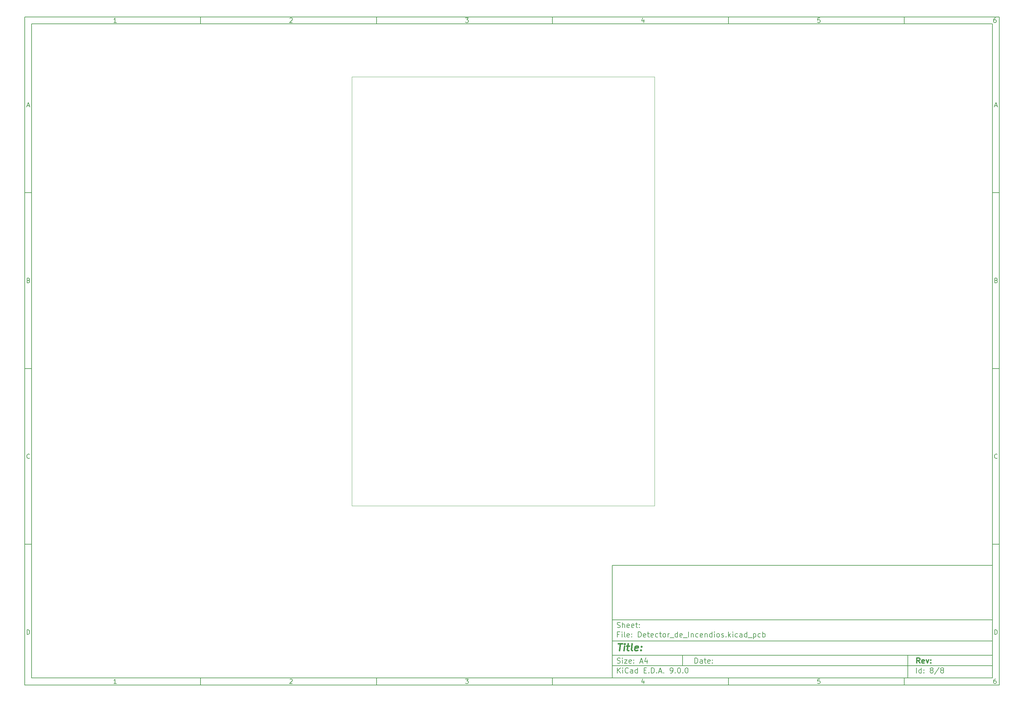
<source format=gbr>
%TF.GenerationSoftware,KiCad,Pcbnew,9.0.0*%
%TF.CreationDate,2025-02-27T14:05:11-05:00*%
%TF.ProjectId,Detector_de_Incendios,44657465-6374-46f7-925f-64655f496e63,rev?*%
%TF.SameCoordinates,Original*%
%TF.FileFunction,Profile,NP*%
%FSLAX46Y46*%
G04 Gerber Fmt 4.6, Leading zero omitted, Abs format (unit mm)*
G04 Created by KiCad (PCBNEW 9.0.0) date 2025-02-27 14:05:11*
%MOMM*%
%LPD*%
G01*
G04 APERTURE LIST*
%ADD10C,0.100000*%
%ADD11C,0.150000*%
%ADD12C,0.300000*%
%ADD13C,0.400000*%
%TA.AperFunction,Profile*%
%ADD14C,0.050000*%
%TD*%
G04 APERTURE END LIST*
D10*
D11*
X177002200Y-166007200D02*
X285002200Y-166007200D01*
X285002200Y-198007200D01*
X177002200Y-198007200D01*
X177002200Y-166007200D01*
D10*
D11*
X10000000Y-10000000D02*
X287002200Y-10000000D01*
X287002200Y-200007200D01*
X10000000Y-200007200D01*
X10000000Y-10000000D01*
D10*
D11*
X12000000Y-12000000D02*
X285002200Y-12000000D01*
X285002200Y-198007200D01*
X12000000Y-198007200D01*
X12000000Y-12000000D01*
D10*
D11*
X60000000Y-12000000D02*
X60000000Y-10000000D01*
D10*
D11*
X110000000Y-12000000D02*
X110000000Y-10000000D01*
D10*
D11*
X160000000Y-12000000D02*
X160000000Y-10000000D01*
D10*
D11*
X210000000Y-12000000D02*
X210000000Y-10000000D01*
D10*
D11*
X260000000Y-12000000D02*
X260000000Y-10000000D01*
D10*
D11*
X36089160Y-11593604D02*
X35346303Y-11593604D01*
X35717731Y-11593604D02*
X35717731Y-10293604D01*
X35717731Y-10293604D02*
X35593922Y-10479319D01*
X35593922Y-10479319D02*
X35470112Y-10603128D01*
X35470112Y-10603128D02*
X35346303Y-10665033D01*
D10*
D11*
X85346303Y-10417414D02*
X85408207Y-10355509D01*
X85408207Y-10355509D02*
X85532017Y-10293604D01*
X85532017Y-10293604D02*
X85841541Y-10293604D01*
X85841541Y-10293604D02*
X85965350Y-10355509D01*
X85965350Y-10355509D02*
X86027255Y-10417414D01*
X86027255Y-10417414D02*
X86089160Y-10541223D01*
X86089160Y-10541223D02*
X86089160Y-10665033D01*
X86089160Y-10665033D02*
X86027255Y-10850747D01*
X86027255Y-10850747D02*
X85284398Y-11593604D01*
X85284398Y-11593604D02*
X86089160Y-11593604D01*
D10*
D11*
X135284398Y-10293604D02*
X136089160Y-10293604D01*
X136089160Y-10293604D02*
X135655826Y-10788842D01*
X135655826Y-10788842D02*
X135841541Y-10788842D01*
X135841541Y-10788842D02*
X135965350Y-10850747D01*
X135965350Y-10850747D02*
X136027255Y-10912652D01*
X136027255Y-10912652D02*
X136089160Y-11036461D01*
X136089160Y-11036461D02*
X136089160Y-11345985D01*
X136089160Y-11345985D02*
X136027255Y-11469795D01*
X136027255Y-11469795D02*
X135965350Y-11531700D01*
X135965350Y-11531700D02*
X135841541Y-11593604D01*
X135841541Y-11593604D02*
X135470112Y-11593604D01*
X135470112Y-11593604D02*
X135346303Y-11531700D01*
X135346303Y-11531700D02*
X135284398Y-11469795D01*
D10*
D11*
X185965350Y-10726938D02*
X185965350Y-11593604D01*
X185655826Y-10231700D02*
X185346303Y-11160271D01*
X185346303Y-11160271D02*
X186151064Y-11160271D01*
D10*
D11*
X236027255Y-10293604D02*
X235408207Y-10293604D01*
X235408207Y-10293604D02*
X235346303Y-10912652D01*
X235346303Y-10912652D02*
X235408207Y-10850747D01*
X235408207Y-10850747D02*
X235532017Y-10788842D01*
X235532017Y-10788842D02*
X235841541Y-10788842D01*
X235841541Y-10788842D02*
X235965350Y-10850747D01*
X235965350Y-10850747D02*
X236027255Y-10912652D01*
X236027255Y-10912652D02*
X236089160Y-11036461D01*
X236089160Y-11036461D02*
X236089160Y-11345985D01*
X236089160Y-11345985D02*
X236027255Y-11469795D01*
X236027255Y-11469795D02*
X235965350Y-11531700D01*
X235965350Y-11531700D02*
X235841541Y-11593604D01*
X235841541Y-11593604D02*
X235532017Y-11593604D01*
X235532017Y-11593604D02*
X235408207Y-11531700D01*
X235408207Y-11531700D02*
X235346303Y-11469795D01*
D10*
D11*
X285965350Y-10293604D02*
X285717731Y-10293604D01*
X285717731Y-10293604D02*
X285593922Y-10355509D01*
X285593922Y-10355509D02*
X285532017Y-10417414D01*
X285532017Y-10417414D02*
X285408207Y-10603128D01*
X285408207Y-10603128D02*
X285346303Y-10850747D01*
X285346303Y-10850747D02*
X285346303Y-11345985D01*
X285346303Y-11345985D02*
X285408207Y-11469795D01*
X285408207Y-11469795D02*
X285470112Y-11531700D01*
X285470112Y-11531700D02*
X285593922Y-11593604D01*
X285593922Y-11593604D02*
X285841541Y-11593604D01*
X285841541Y-11593604D02*
X285965350Y-11531700D01*
X285965350Y-11531700D02*
X286027255Y-11469795D01*
X286027255Y-11469795D02*
X286089160Y-11345985D01*
X286089160Y-11345985D02*
X286089160Y-11036461D01*
X286089160Y-11036461D02*
X286027255Y-10912652D01*
X286027255Y-10912652D02*
X285965350Y-10850747D01*
X285965350Y-10850747D02*
X285841541Y-10788842D01*
X285841541Y-10788842D02*
X285593922Y-10788842D01*
X285593922Y-10788842D02*
X285470112Y-10850747D01*
X285470112Y-10850747D02*
X285408207Y-10912652D01*
X285408207Y-10912652D02*
X285346303Y-11036461D01*
D10*
D11*
X60000000Y-198007200D02*
X60000000Y-200007200D01*
D10*
D11*
X110000000Y-198007200D02*
X110000000Y-200007200D01*
D10*
D11*
X160000000Y-198007200D02*
X160000000Y-200007200D01*
D10*
D11*
X210000000Y-198007200D02*
X210000000Y-200007200D01*
D10*
D11*
X260000000Y-198007200D02*
X260000000Y-200007200D01*
D10*
D11*
X36089160Y-199600804D02*
X35346303Y-199600804D01*
X35717731Y-199600804D02*
X35717731Y-198300804D01*
X35717731Y-198300804D02*
X35593922Y-198486519D01*
X35593922Y-198486519D02*
X35470112Y-198610328D01*
X35470112Y-198610328D02*
X35346303Y-198672233D01*
D10*
D11*
X85346303Y-198424614D02*
X85408207Y-198362709D01*
X85408207Y-198362709D02*
X85532017Y-198300804D01*
X85532017Y-198300804D02*
X85841541Y-198300804D01*
X85841541Y-198300804D02*
X85965350Y-198362709D01*
X85965350Y-198362709D02*
X86027255Y-198424614D01*
X86027255Y-198424614D02*
X86089160Y-198548423D01*
X86089160Y-198548423D02*
X86089160Y-198672233D01*
X86089160Y-198672233D02*
X86027255Y-198857947D01*
X86027255Y-198857947D02*
X85284398Y-199600804D01*
X85284398Y-199600804D02*
X86089160Y-199600804D01*
D10*
D11*
X135284398Y-198300804D02*
X136089160Y-198300804D01*
X136089160Y-198300804D02*
X135655826Y-198796042D01*
X135655826Y-198796042D02*
X135841541Y-198796042D01*
X135841541Y-198796042D02*
X135965350Y-198857947D01*
X135965350Y-198857947D02*
X136027255Y-198919852D01*
X136027255Y-198919852D02*
X136089160Y-199043661D01*
X136089160Y-199043661D02*
X136089160Y-199353185D01*
X136089160Y-199353185D02*
X136027255Y-199476995D01*
X136027255Y-199476995D02*
X135965350Y-199538900D01*
X135965350Y-199538900D02*
X135841541Y-199600804D01*
X135841541Y-199600804D02*
X135470112Y-199600804D01*
X135470112Y-199600804D02*
X135346303Y-199538900D01*
X135346303Y-199538900D02*
X135284398Y-199476995D01*
D10*
D11*
X185965350Y-198734138D02*
X185965350Y-199600804D01*
X185655826Y-198238900D02*
X185346303Y-199167471D01*
X185346303Y-199167471D02*
X186151064Y-199167471D01*
D10*
D11*
X236027255Y-198300804D02*
X235408207Y-198300804D01*
X235408207Y-198300804D02*
X235346303Y-198919852D01*
X235346303Y-198919852D02*
X235408207Y-198857947D01*
X235408207Y-198857947D02*
X235532017Y-198796042D01*
X235532017Y-198796042D02*
X235841541Y-198796042D01*
X235841541Y-198796042D02*
X235965350Y-198857947D01*
X235965350Y-198857947D02*
X236027255Y-198919852D01*
X236027255Y-198919852D02*
X236089160Y-199043661D01*
X236089160Y-199043661D02*
X236089160Y-199353185D01*
X236089160Y-199353185D02*
X236027255Y-199476995D01*
X236027255Y-199476995D02*
X235965350Y-199538900D01*
X235965350Y-199538900D02*
X235841541Y-199600804D01*
X235841541Y-199600804D02*
X235532017Y-199600804D01*
X235532017Y-199600804D02*
X235408207Y-199538900D01*
X235408207Y-199538900D02*
X235346303Y-199476995D01*
D10*
D11*
X285965350Y-198300804D02*
X285717731Y-198300804D01*
X285717731Y-198300804D02*
X285593922Y-198362709D01*
X285593922Y-198362709D02*
X285532017Y-198424614D01*
X285532017Y-198424614D02*
X285408207Y-198610328D01*
X285408207Y-198610328D02*
X285346303Y-198857947D01*
X285346303Y-198857947D02*
X285346303Y-199353185D01*
X285346303Y-199353185D02*
X285408207Y-199476995D01*
X285408207Y-199476995D02*
X285470112Y-199538900D01*
X285470112Y-199538900D02*
X285593922Y-199600804D01*
X285593922Y-199600804D02*
X285841541Y-199600804D01*
X285841541Y-199600804D02*
X285965350Y-199538900D01*
X285965350Y-199538900D02*
X286027255Y-199476995D01*
X286027255Y-199476995D02*
X286089160Y-199353185D01*
X286089160Y-199353185D02*
X286089160Y-199043661D01*
X286089160Y-199043661D02*
X286027255Y-198919852D01*
X286027255Y-198919852D02*
X285965350Y-198857947D01*
X285965350Y-198857947D02*
X285841541Y-198796042D01*
X285841541Y-198796042D02*
X285593922Y-198796042D01*
X285593922Y-198796042D02*
X285470112Y-198857947D01*
X285470112Y-198857947D02*
X285408207Y-198919852D01*
X285408207Y-198919852D02*
X285346303Y-199043661D01*
D10*
D11*
X10000000Y-60000000D02*
X12000000Y-60000000D01*
D10*
D11*
X10000000Y-110000000D02*
X12000000Y-110000000D01*
D10*
D11*
X10000000Y-160000000D02*
X12000000Y-160000000D01*
D10*
D11*
X10690476Y-35222176D02*
X11309523Y-35222176D01*
X10566666Y-35593604D02*
X10999999Y-34293604D01*
X10999999Y-34293604D02*
X11433333Y-35593604D01*
D10*
D11*
X11092857Y-84912652D02*
X11278571Y-84974557D01*
X11278571Y-84974557D02*
X11340476Y-85036461D01*
X11340476Y-85036461D02*
X11402380Y-85160271D01*
X11402380Y-85160271D02*
X11402380Y-85345985D01*
X11402380Y-85345985D02*
X11340476Y-85469795D01*
X11340476Y-85469795D02*
X11278571Y-85531700D01*
X11278571Y-85531700D02*
X11154761Y-85593604D01*
X11154761Y-85593604D02*
X10659523Y-85593604D01*
X10659523Y-85593604D02*
X10659523Y-84293604D01*
X10659523Y-84293604D02*
X11092857Y-84293604D01*
X11092857Y-84293604D02*
X11216666Y-84355509D01*
X11216666Y-84355509D02*
X11278571Y-84417414D01*
X11278571Y-84417414D02*
X11340476Y-84541223D01*
X11340476Y-84541223D02*
X11340476Y-84665033D01*
X11340476Y-84665033D02*
X11278571Y-84788842D01*
X11278571Y-84788842D02*
X11216666Y-84850747D01*
X11216666Y-84850747D02*
X11092857Y-84912652D01*
X11092857Y-84912652D02*
X10659523Y-84912652D01*
D10*
D11*
X11402380Y-135469795D02*
X11340476Y-135531700D01*
X11340476Y-135531700D02*
X11154761Y-135593604D01*
X11154761Y-135593604D02*
X11030952Y-135593604D01*
X11030952Y-135593604D02*
X10845238Y-135531700D01*
X10845238Y-135531700D02*
X10721428Y-135407890D01*
X10721428Y-135407890D02*
X10659523Y-135284080D01*
X10659523Y-135284080D02*
X10597619Y-135036461D01*
X10597619Y-135036461D02*
X10597619Y-134850747D01*
X10597619Y-134850747D02*
X10659523Y-134603128D01*
X10659523Y-134603128D02*
X10721428Y-134479319D01*
X10721428Y-134479319D02*
X10845238Y-134355509D01*
X10845238Y-134355509D02*
X11030952Y-134293604D01*
X11030952Y-134293604D02*
X11154761Y-134293604D01*
X11154761Y-134293604D02*
X11340476Y-134355509D01*
X11340476Y-134355509D02*
X11402380Y-134417414D01*
D10*
D11*
X10659523Y-185593604D02*
X10659523Y-184293604D01*
X10659523Y-184293604D02*
X10969047Y-184293604D01*
X10969047Y-184293604D02*
X11154761Y-184355509D01*
X11154761Y-184355509D02*
X11278571Y-184479319D01*
X11278571Y-184479319D02*
X11340476Y-184603128D01*
X11340476Y-184603128D02*
X11402380Y-184850747D01*
X11402380Y-184850747D02*
X11402380Y-185036461D01*
X11402380Y-185036461D02*
X11340476Y-185284080D01*
X11340476Y-185284080D02*
X11278571Y-185407890D01*
X11278571Y-185407890D02*
X11154761Y-185531700D01*
X11154761Y-185531700D02*
X10969047Y-185593604D01*
X10969047Y-185593604D02*
X10659523Y-185593604D01*
D10*
D11*
X287002200Y-60000000D02*
X285002200Y-60000000D01*
D10*
D11*
X287002200Y-110000000D02*
X285002200Y-110000000D01*
D10*
D11*
X287002200Y-160000000D02*
X285002200Y-160000000D01*
D10*
D11*
X285692676Y-35222176D02*
X286311723Y-35222176D01*
X285568866Y-35593604D02*
X286002199Y-34293604D01*
X286002199Y-34293604D02*
X286435533Y-35593604D01*
D10*
D11*
X286095057Y-84912652D02*
X286280771Y-84974557D01*
X286280771Y-84974557D02*
X286342676Y-85036461D01*
X286342676Y-85036461D02*
X286404580Y-85160271D01*
X286404580Y-85160271D02*
X286404580Y-85345985D01*
X286404580Y-85345985D02*
X286342676Y-85469795D01*
X286342676Y-85469795D02*
X286280771Y-85531700D01*
X286280771Y-85531700D02*
X286156961Y-85593604D01*
X286156961Y-85593604D02*
X285661723Y-85593604D01*
X285661723Y-85593604D02*
X285661723Y-84293604D01*
X285661723Y-84293604D02*
X286095057Y-84293604D01*
X286095057Y-84293604D02*
X286218866Y-84355509D01*
X286218866Y-84355509D02*
X286280771Y-84417414D01*
X286280771Y-84417414D02*
X286342676Y-84541223D01*
X286342676Y-84541223D02*
X286342676Y-84665033D01*
X286342676Y-84665033D02*
X286280771Y-84788842D01*
X286280771Y-84788842D02*
X286218866Y-84850747D01*
X286218866Y-84850747D02*
X286095057Y-84912652D01*
X286095057Y-84912652D02*
X285661723Y-84912652D01*
D10*
D11*
X286404580Y-135469795D02*
X286342676Y-135531700D01*
X286342676Y-135531700D02*
X286156961Y-135593604D01*
X286156961Y-135593604D02*
X286033152Y-135593604D01*
X286033152Y-135593604D02*
X285847438Y-135531700D01*
X285847438Y-135531700D02*
X285723628Y-135407890D01*
X285723628Y-135407890D02*
X285661723Y-135284080D01*
X285661723Y-135284080D02*
X285599819Y-135036461D01*
X285599819Y-135036461D02*
X285599819Y-134850747D01*
X285599819Y-134850747D02*
X285661723Y-134603128D01*
X285661723Y-134603128D02*
X285723628Y-134479319D01*
X285723628Y-134479319D02*
X285847438Y-134355509D01*
X285847438Y-134355509D02*
X286033152Y-134293604D01*
X286033152Y-134293604D02*
X286156961Y-134293604D01*
X286156961Y-134293604D02*
X286342676Y-134355509D01*
X286342676Y-134355509D02*
X286404580Y-134417414D01*
D10*
D11*
X285661723Y-185593604D02*
X285661723Y-184293604D01*
X285661723Y-184293604D02*
X285971247Y-184293604D01*
X285971247Y-184293604D02*
X286156961Y-184355509D01*
X286156961Y-184355509D02*
X286280771Y-184479319D01*
X286280771Y-184479319D02*
X286342676Y-184603128D01*
X286342676Y-184603128D02*
X286404580Y-184850747D01*
X286404580Y-184850747D02*
X286404580Y-185036461D01*
X286404580Y-185036461D02*
X286342676Y-185284080D01*
X286342676Y-185284080D02*
X286280771Y-185407890D01*
X286280771Y-185407890D02*
X286156961Y-185531700D01*
X286156961Y-185531700D02*
X285971247Y-185593604D01*
X285971247Y-185593604D02*
X285661723Y-185593604D01*
D10*
D11*
X200458026Y-193793328D02*
X200458026Y-192293328D01*
X200458026Y-192293328D02*
X200815169Y-192293328D01*
X200815169Y-192293328D02*
X201029455Y-192364757D01*
X201029455Y-192364757D02*
X201172312Y-192507614D01*
X201172312Y-192507614D02*
X201243741Y-192650471D01*
X201243741Y-192650471D02*
X201315169Y-192936185D01*
X201315169Y-192936185D02*
X201315169Y-193150471D01*
X201315169Y-193150471D02*
X201243741Y-193436185D01*
X201243741Y-193436185D02*
X201172312Y-193579042D01*
X201172312Y-193579042D02*
X201029455Y-193721900D01*
X201029455Y-193721900D02*
X200815169Y-193793328D01*
X200815169Y-193793328D02*
X200458026Y-193793328D01*
X202600884Y-193793328D02*
X202600884Y-193007614D01*
X202600884Y-193007614D02*
X202529455Y-192864757D01*
X202529455Y-192864757D02*
X202386598Y-192793328D01*
X202386598Y-192793328D02*
X202100884Y-192793328D01*
X202100884Y-192793328D02*
X201958026Y-192864757D01*
X202600884Y-193721900D02*
X202458026Y-193793328D01*
X202458026Y-193793328D02*
X202100884Y-193793328D01*
X202100884Y-193793328D02*
X201958026Y-193721900D01*
X201958026Y-193721900D02*
X201886598Y-193579042D01*
X201886598Y-193579042D02*
X201886598Y-193436185D01*
X201886598Y-193436185D02*
X201958026Y-193293328D01*
X201958026Y-193293328D02*
X202100884Y-193221900D01*
X202100884Y-193221900D02*
X202458026Y-193221900D01*
X202458026Y-193221900D02*
X202600884Y-193150471D01*
X203100884Y-192793328D02*
X203672312Y-192793328D01*
X203315169Y-192293328D02*
X203315169Y-193579042D01*
X203315169Y-193579042D02*
X203386598Y-193721900D01*
X203386598Y-193721900D02*
X203529455Y-193793328D01*
X203529455Y-193793328D02*
X203672312Y-193793328D01*
X204743741Y-193721900D02*
X204600884Y-193793328D01*
X204600884Y-193793328D02*
X204315170Y-193793328D01*
X204315170Y-193793328D02*
X204172312Y-193721900D01*
X204172312Y-193721900D02*
X204100884Y-193579042D01*
X204100884Y-193579042D02*
X204100884Y-193007614D01*
X204100884Y-193007614D02*
X204172312Y-192864757D01*
X204172312Y-192864757D02*
X204315170Y-192793328D01*
X204315170Y-192793328D02*
X204600884Y-192793328D01*
X204600884Y-192793328D02*
X204743741Y-192864757D01*
X204743741Y-192864757D02*
X204815170Y-193007614D01*
X204815170Y-193007614D02*
X204815170Y-193150471D01*
X204815170Y-193150471D02*
X204100884Y-193293328D01*
X205458026Y-193650471D02*
X205529455Y-193721900D01*
X205529455Y-193721900D02*
X205458026Y-193793328D01*
X205458026Y-193793328D02*
X205386598Y-193721900D01*
X205386598Y-193721900D02*
X205458026Y-193650471D01*
X205458026Y-193650471D02*
X205458026Y-193793328D01*
X205458026Y-192864757D02*
X205529455Y-192936185D01*
X205529455Y-192936185D02*
X205458026Y-193007614D01*
X205458026Y-193007614D02*
X205386598Y-192936185D01*
X205386598Y-192936185D02*
X205458026Y-192864757D01*
X205458026Y-192864757D02*
X205458026Y-193007614D01*
D10*
D11*
X177002200Y-194507200D02*
X285002200Y-194507200D01*
D10*
D11*
X178458026Y-196593328D02*
X178458026Y-195093328D01*
X179315169Y-196593328D02*
X178672312Y-195736185D01*
X179315169Y-195093328D02*
X178458026Y-195950471D01*
X179958026Y-196593328D02*
X179958026Y-195593328D01*
X179958026Y-195093328D02*
X179886598Y-195164757D01*
X179886598Y-195164757D02*
X179958026Y-195236185D01*
X179958026Y-195236185D02*
X180029455Y-195164757D01*
X180029455Y-195164757D02*
X179958026Y-195093328D01*
X179958026Y-195093328D02*
X179958026Y-195236185D01*
X181529455Y-196450471D02*
X181458027Y-196521900D01*
X181458027Y-196521900D02*
X181243741Y-196593328D01*
X181243741Y-196593328D02*
X181100884Y-196593328D01*
X181100884Y-196593328D02*
X180886598Y-196521900D01*
X180886598Y-196521900D02*
X180743741Y-196379042D01*
X180743741Y-196379042D02*
X180672312Y-196236185D01*
X180672312Y-196236185D02*
X180600884Y-195950471D01*
X180600884Y-195950471D02*
X180600884Y-195736185D01*
X180600884Y-195736185D02*
X180672312Y-195450471D01*
X180672312Y-195450471D02*
X180743741Y-195307614D01*
X180743741Y-195307614D02*
X180886598Y-195164757D01*
X180886598Y-195164757D02*
X181100884Y-195093328D01*
X181100884Y-195093328D02*
X181243741Y-195093328D01*
X181243741Y-195093328D02*
X181458027Y-195164757D01*
X181458027Y-195164757D02*
X181529455Y-195236185D01*
X182815170Y-196593328D02*
X182815170Y-195807614D01*
X182815170Y-195807614D02*
X182743741Y-195664757D01*
X182743741Y-195664757D02*
X182600884Y-195593328D01*
X182600884Y-195593328D02*
X182315170Y-195593328D01*
X182315170Y-195593328D02*
X182172312Y-195664757D01*
X182815170Y-196521900D02*
X182672312Y-196593328D01*
X182672312Y-196593328D02*
X182315170Y-196593328D01*
X182315170Y-196593328D02*
X182172312Y-196521900D01*
X182172312Y-196521900D02*
X182100884Y-196379042D01*
X182100884Y-196379042D02*
X182100884Y-196236185D01*
X182100884Y-196236185D02*
X182172312Y-196093328D01*
X182172312Y-196093328D02*
X182315170Y-196021900D01*
X182315170Y-196021900D02*
X182672312Y-196021900D01*
X182672312Y-196021900D02*
X182815170Y-195950471D01*
X184172313Y-196593328D02*
X184172313Y-195093328D01*
X184172313Y-196521900D02*
X184029455Y-196593328D01*
X184029455Y-196593328D02*
X183743741Y-196593328D01*
X183743741Y-196593328D02*
X183600884Y-196521900D01*
X183600884Y-196521900D02*
X183529455Y-196450471D01*
X183529455Y-196450471D02*
X183458027Y-196307614D01*
X183458027Y-196307614D02*
X183458027Y-195879042D01*
X183458027Y-195879042D02*
X183529455Y-195736185D01*
X183529455Y-195736185D02*
X183600884Y-195664757D01*
X183600884Y-195664757D02*
X183743741Y-195593328D01*
X183743741Y-195593328D02*
X184029455Y-195593328D01*
X184029455Y-195593328D02*
X184172313Y-195664757D01*
X186029455Y-195807614D02*
X186529455Y-195807614D01*
X186743741Y-196593328D02*
X186029455Y-196593328D01*
X186029455Y-196593328D02*
X186029455Y-195093328D01*
X186029455Y-195093328D02*
X186743741Y-195093328D01*
X187386598Y-196450471D02*
X187458027Y-196521900D01*
X187458027Y-196521900D02*
X187386598Y-196593328D01*
X187386598Y-196593328D02*
X187315170Y-196521900D01*
X187315170Y-196521900D02*
X187386598Y-196450471D01*
X187386598Y-196450471D02*
X187386598Y-196593328D01*
X188100884Y-196593328D02*
X188100884Y-195093328D01*
X188100884Y-195093328D02*
X188458027Y-195093328D01*
X188458027Y-195093328D02*
X188672313Y-195164757D01*
X188672313Y-195164757D02*
X188815170Y-195307614D01*
X188815170Y-195307614D02*
X188886599Y-195450471D01*
X188886599Y-195450471D02*
X188958027Y-195736185D01*
X188958027Y-195736185D02*
X188958027Y-195950471D01*
X188958027Y-195950471D02*
X188886599Y-196236185D01*
X188886599Y-196236185D02*
X188815170Y-196379042D01*
X188815170Y-196379042D02*
X188672313Y-196521900D01*
X188672313Y-196521900D02*
X188458027Y-196593328D01*
X188458027Y-196593328D02*
X188100884Y-196593328D01*
X189600884Y-196450471D02*
X189672313Y-196521900D01*
X189672313Y-196521900D02*
X189600884Y-196593328D01*
X189600884Y-196593328D02*
X189529456Y-196521900D01*
X189529456Y-196521900D02*
X189600884Y-196450471D01*
X189600884Y-196450471D02*
X189600884Y-196593328D01*
X190243742Y-196164757D02*
X190958028Y-196164757D01*
X190100885Y-196593328D02*
X190600885Y-195093328D01*
X190600885Y-195093328D02*
X191100885Y-196593328D01*
X191600884Y-196450471D02*
X191672313Y-196521900D01*
X191672313Y-196521900D02*
X191600884Y-196593328D01*
X191600884Y-196593328D02*
X191529456Y-196521900D01*
X191529456Y-196521900D02*
X191600884Y-196450471D01*
X191600884Y-196450471D02*
X191600884Y-196593328D01*
X193529456Y-196593328D02*
X193815170Y-196593328D01*
X193815170Y-196593328D02*
X193958027Y-196521900D01*
X193958027Y-196521900D02*
X194029456Y-196450471D01*
X194029456Y-196450471D02*
X194172313Y-196236185D01*
X194172313Y-196236185D02*
X194243742Y-195950471D01*
X194243742Y-195950471D02*
X194243742Y-195379042D01*
X194243742Y-195379042D02*
X194172313Y-195236185D01*
X194172313Y-195236185D02*
X194100885Y-195164757D01*
X194100885Y-195164757D02*
X193958027Y-195093328D01*
X193958027Y-195093328D02*
X193672313Y-195093328D01*
X193672313Y-195093328D02*
X193529456Y-195164757D01*
X193529456Y-195164757D02*
X193458027Y-195236185D01*
X193458027Y-195236185D02*
X193386599Y-195379042D01*
X193386599Y-195379042D02*
X193386599Y-195736185D01*
X193386599Y-195736185D02*
X193458027Y-195879042D01*
X193458027Y-195879042D02*
X193529456Y-195950471D01*
X193529456Y-195950471D02*
X193672313Y-196021900D01*
X193672313Y-196021900D02*
X193958027Y-196021900D01*
X193958027Y-196021900D02*
X194100885Y-195950471D01*
X194100885Y-195950471D02*
X194172313Y-195879042D01*
X194172313Y-195879042D02*
X194243742Y-195736185D01*
X194886598Y-196450471D02*
X194958027Y-196521900D01*
X194958027Y-196521900D02*
X194886598Y-196593328D01*
X194886598Y-196593328D02*
X194815170Y-196521900D01*
X194815170Y-196521900D02*
X194886598Y-196450471D01*
X194886598Y-196450471D02*
X194886598Y-196593328D01*
X195886599Y-195093328D02*
X196029456Y-195093328D01*
X196029456Y-195093328D02*
X196172313Y-195164757D01*
X196172313Y-195164757D02*
X196243742Y-195236185D01*
X196243742Y-195236185D02*
X196315170Y-195379042D01*
X196315170Y-195379042D02*
X196386599Y-195664757D01*
X196386599Y-195664757D02*
X196386599Y-196021900D01*
X196386599Y-196021900D02*
X196315170Y-196307614D01*
X196315170Y-196307614D02*
X196243742Y-196450471D01*
X196243742Y-196450471D02*
X196172313Y-196521900D01*
X196172313Y-196521900D02*
X196029456Y-196593328D01*
X196029456Y-196593328D02*
X195886599Y-196593328D01*
X195886599Y-196593328D02*
X195743742Y-196521900D01*
X195743742Y-196521900D02*
X195672313Y-196450471D01*
X195672313Y-196450471D02*
X195600884Y-196307614D01*
X195600884Y-196307614D02*
X195529456Y-196021900D01*
X195529456Y-196021900D02*
X195529456Y-195664757D01*
X195529456Y-195664757D02*
X195600884Y-195379042D01*
X195600884Y-195379042D02*
X195672313Y-195236185D01*
X195672313Y-195236185D02*
X195743742Y-195164757D01*
X195743742Y-195164757D02*
X195886599Y-195093328D01*
X197029455Y-196450471D02*
X197100884Y-196521900D01*
X197100884Y-196521900D02*
X197029455Y-196593328D01*
X197029455Y-196593328D02*
X196958027Y-196521900D01*
X196958027Y-196521900D02*
X197029455Y-196450471D01*
X197029455Y-196450471D02*
X197029455Y-196593328D01*
X198029456Y-195093328D02*
X198172313Y-195093328D01*
X198172313Y-195093328D02*
X198315170Y-195164757D01*
X198315170Y-195164757D02*
X198386599Y-195236185D01*
X198386599Y-195236185D02*
X198458027Y-195379042D01*
X198458027Y-195379042D02*
X198529456Y-195664757D01*
X198529456Y-195664757D02*
X198529456Y-196021900D01*
X198529456Y-196021900D02*
X198458027Y-196307614D01*
X198458027Y-196307614D02*
X198386599Y-196450471D01*
X198386599Y-196450471D02*
X198315170Y-196521900D01*
X198315170Y-196521900D02*
X198172313Y-196593328D01*
X198172313Y-196593328D02*
X198029456Y-196593328D01*
X198029456Y-196593328D02*
X197886599Y-196521900D01*
X197886599Y-196521900D02*
X197815170Y-196450471D01*
X197815170Y-196450471D02*
X197743741Y-196307614D01*
X197743741Y-196307614D02*
X197672313Y-196021900D01*
X197672313Y-196021900D02*
X197672313Y-195664757D01*
X197672313Y-195664757D02*
X197743741Y-195379042D01*
X197743741Y-195379042D02*
X197815170Y-195236185D01*
X197815170Y-195236185D02*
X197886599Y-195164757D01*
X197886599Y-195164757D02*
X198029456Y-195093328D01*
D10*
D11*
X177002200Y-191507200D02*
X285002200Y-191507200D01*
D10*
D12*
X264413853Y-193785528D02*
X263913853Y-193071242D01*
X263556710Y-193785528D02*
X263556710Y-192285528D01*
X263556710Y-192285528D02*
X264128139Y-192285528D01*
X264128139Y-192285528D02*
X264270996Y-192356957D01*
X264270996Y-192356957D02*
X264342425Y-192428385D01*
X264342425Y-192428385D02*
X264413853Y-192571242D01*
X264413853Y-192571242D02*
X264413853Y-192785528D01*
X264413853Y-192785528D02*
X264342425Y-192928385D01*
X264342425Y-192928385D02*
X264270996Y-192999814D01*
X264270996Y-192999814D02*
X264128139Y-193071242D01*
X264128139Y-193071242D02*
X263556710Y-193071242D01*
X265628139Y-193714100D02*
X265485282Y-193785528D01*
X265485282Y-193785528D02*
X265199568Y-193785528D01*
X265199568Y-193785528D02*
X265056710Y-193714100D01*
X265056710Y-193714100D02*
X264985282Y-193571242D01*
X264985282Y-193571242D02*
X264985282Y-192999814D01*
X264985282Y-192999814D02*
X265056710Y-192856957D01*
X265056710Y-192856957D02*
X265199568Y-192785528D01*
X265199568Y-192785528D02*
X265485282Y-192785528D01*
X265485282Y-192785528D02*
X265628139Y-192856957D01*
X265628139Y-192856957D02*
X265699568Y-192999814D01*
X265699568Y-192999814D02*
X265699568Y-193142671D01*
X265699568Y-193142671D02*
X264985282Y-193285528D01*
X266199567Y-192785528D02*
X266556710Y-193785528D01*
X266556710Y-193785528D02*
X266913853Y-192785528D01*
X267485281Y-193642671D02*
X267556710Y-193714100D01*
X267556710Y-193714100D02*
X267485281Y-193785528D01*
X267485281Y-193785528D02*
X267413853Y-193714100D01*
X267413853Y-193714100D02*
X267485281Y-193642671D01*
X267485281Y-193642671D02*
X267485281Y-193785528D01*
X267485281Y-192856957D02*
X267556710Y-192928385D01*
X267556710Y-192928385D02*
X267485281Y-192999814D01*
X267485281Y-192999814D02*
X267413853Y-192928385D01*
X267413853Y-192928385D02*
X267485281Y-192856957D01*
X267485281Y-192856957D02*
X267485281Y-192999814D01*
D10*
D11*
X178386598Y-193721900D02*
X178600884Y-193793328D01*
X178600884Y-193793328D02*
X178958026Y-193793328D01*
X178958026Y-193793328D02*
X179100884Y-193721900D01*
X179100884Y-193721900D02*
X179172312Y-193650471D01*
X179172312Y-193650471D02*
X179243741Y-193507614D01*
X179243741Y-193507614D02*
X179243741Y-193364757D01*
X179243741Y-193364757D02*
X179172312Y-193221900D01*
X179172312Y-193221900D02*
X179100884Y-193150471D01*
X179100884Y-193150471D02*
X178958026Y-193079042D01*
X178958026Y-193079042D02*
X178672312Y-193007614D01*
X178672312Y-193007614D02*
X178529455Y-192936185D01*
X178529455Y-192936185D02*
X178458026Y-192864757D01*
X178458026Y-192864757D02*
X178386598Y-192721900D01*
X178386598Y-192721900D02*
X178386598Y-192579042D01*
X178386598Y-192579042D02*
X178458026Y-192436185D01*
X178458026Y-192436185D02*
X178529455Y-192364757D01*
X178529455Y-192364757D02*
X178672312Y-192293328D01*
X178672312Y-192293328D02*
X179029455Y-192293328D01*
X179029455Y-192293328D02*
X179243741Y-192364757D01*
X179886597Y-193793328D02*
X179886597Y-192793328D01*
X179886597Y-192293328D02*
X179815169Y-192364757D01*
X179815169Y-192364757D02*
X179886597Y-192436185D01*
X179886597Y-192436185D02*
X179958026Y-192364757D01*
X179958026Y-192364757D02*
X179886597Y-192293328D01*
X179886597Y-192293328D02*
X179886597Y-192436185D01*
X180458026Y-192793328D02*
X181243741Y-192793328D01*
X181243741Y-192793328D02*
X180458026Y-193793328D01*
X180458026Y-193793328D02*
X181243741Y-193793328D01*
X182386598Y-193721900D02*
X182243741Y-193793328D01*
X182243741Y-193793328D02*
X181958027Y-193793328D01*
X181958027Y-193793328D02*
X181815169Y-193721900D01*
X181815169Y-193721900D02*
X181743741Y-193579042D01*
X181743741Y-193579042D02*
X181743741Y-193007614D01*
X181743741Y-193007614D02*
X181815169Y-192864757D01*
X181815169Y-192864757D02*
X181958027Y-192793328D01*
X181958027Y-192793328D02*
X182243741Y-192793328D01*
X182243741Y-192793328D02*
X182386598Y-192864757D01*
X182386598Y-192864757D02*
X182458027Y-193007614D01*
X182458027Y-193007614D02*
X182458027Y-193150471D01*
X182458027Y-193150471D02*
X181743741Y-193293328D01*
X183100883Y-193650471D02*
X183172312Y-193721900D01*
X183172312Y-193721900D02*
X183100883Y-193793328D01*
X183100883Y-193793328D02*
X183029455Y-193721900D01*
X183029455Y-193721900D02*
X183100883Y-193650471D01*
X183100883Y-193650471D02*
X183100883Y-193793328D01*
X183100883Y-192864757D02*
X183172312Y-192936185D01*
X183172312Y-192936185D02*
X183100883Y-193007614D01*
X183100883Y-193007614D02*
X183029455Y-192936185D01*
X183029455Y-192936185D02*
X183100883Y-192864757D01*
X183100883Y-192864757D02*
X183100883Y-193007614D01*
X184886598Y-193364757D02*
X185600884Y-193364757D01*
X184743741Y-193793328D02*
X185243741Y-192293328D01*
X185243741Y-192293328D02*
X185743741Y-193793328D01*
X186886598Y-192793328D02*
X186886598Y-193793328D01*
X186529455Y-192221900D02*
X186172312Y-193293328D01*
X186172312Y-193293328D02*
X187100883Y-193293328D01*
D10*
D11*
X263458026Y-196593328D02*
X263458026Y-195093328D01*
X264815170Y-196593328D02*
X264815170Y-195093328D01*
X264815170Y-196521900D02*
X264672312Y-196593328D01*
X264672312Y-196593328D02*
X264386598Y-196593328D01*
X264386598Y-196593328D02*
X264243741Y-196521900D01*
X264243741Y-196521900D02*
X264172312Y-196450471D01*
X264172312Y-196450471D02*
X264100884Y-196307614D01*
X264100884Y-196307614D02*
X264100884Y-195879042D01*
X264100884Y-195879042D02*
X264172312Y-195736185D01*
X264172312Y-195736185D02*
X264243741Y-195664757D01*
X264243741Y-195664757D02*
X264386598Y-195593328D01*
X264386598Y-195593328D02*
X264672312Y-195593328D01*
X264672312Y-195593328D02*
X264815170Y-195664757D01*
X265529455Y-196450471D02*
X265600884Y-196521900D01*
X265600884Y-196521900D02*
X265529455Y-196593328D01*
X265529455Y-196593328D02*
X265458027Y-196521900D01*
X265458027Y-196521900D02*
X265529455Y-196450471D01*
X265529455Y-196450471D02*
X265529455Y-196593328D01*
X265529455Y-195664757D02*
X265600884Y-195736185D01*
X265600884Y-195736185D02*
X265529455Y-195807614D01*
X265529455Y-195807614D02*
X265458027Y-195736185D01*
X265458027Y-195736185D02*
X265529455Y-195664757D01*
X265529455Y-195664757D02*
X265529455Y-195807614D01*
X267600884Y-195736185D02*
X267458027Y-195664757D01*
X267458027Y-195664757D02*
X267386598Y-195593328D01*
X267386598Y-195593328D02*
X267315170Y-195450471D01*
X267315170Y-195450471D02*
X267315170Y-195379042D01*
X267315170Y-195379042D02*
X267386598Y-195236185D01*
X267386598Y-195236185D02*
X267458027Y-195164757D01*
X267458027Y-195164757D02*
X267600884Y-195093328D01*
X267600884Y-195093328D02*
X267886598Y-195093328D01*
X267886598Y-195093328D02*
X268029456Y-195164757D01*
X268029456Y-195164757D02*
X268100884Y-195236185D01*
X268100884Y-195236185D02*
X268172313Y-195379042D01*
X268172313Y-195379042D02*
X268172313Y-195450471D01*
X268172313Y-195450471D02*
X268100884Y-195593328D01*
X268100884Y-195593328D02*
X268029456Y-195664757D01*
X268029456Y-195664757D02*
X267886598Y-195736185D01*
X267886598Y-195736185D02*
X267600884Y-195736185D01*
X267600884Y-195736185D02*
X267458027Y-195807614D01*
X267458027Y-195807614D02*
X267386598Y-195879042D01*
X267386598Y-195879042D02*
X267315170Y-196021900D01*
X267315170Y-196021900D02*
X267315170Y-196307614D01*
X267315170Y-196307614D02*
X267386598Y-196450471D01*
X267386598Y-196450471D02*
X267458027Y-196521900D01*
X267458027Y-196521900D02*
X267600884Y-196593328D01*
X267600884Y-196593328D02*
X267886598Y-196593328D01*
X267886598Y-196593328D02*
X268029456Y-196521900D01*
X268029456Y-196521900D02*
X268100884Y-196450471D01*
X268100884Y-196450471D02*
X268172313Y-196307614D01*
X268172313Y-196307614D02*
X268172313Y-196021900D01*
X268172313Y-196021900D02*
X268100884Y-195879042D01*
X268100884Y-195879042D02*
X268029456Y-195807614D01*
X268029456Y-195807614D02*
X267886598Y-195736185D01*
X269886598Y-195021900D02*
X268600884Y-196950471D01*
X270600884Y-195736185D02*
X270458027Y-195664757D01*
X270458027Y-195664757D02*
X270386598Y-195593328D01*
X270386598Y-195593328D02*
X270315170Y-195450471D01*
X270315170Y-195450471D02*
X270315170Y-195379042D01*
X270315170Y-195379042D02*
X270386598Y-195236185D01*
X270386598Y-195236185D02*
X270458027Y-195164757D01*
X270458027Y-195164757D02*
X270600884Y-195093328D01*
X270600884Y-195093328D02*
X270886598Y-195093328D01*
X270886598Y-195093328D02*
X271029456Y-195164757D01*
X271029456Y-195164757D02*
X271100884Y-195236185D01*
X271100884Y-195236185D02*
X271172313Y-195379042D01*
X271172313Y-195379042D02*
X271172313Y-195450471D01*
X271172313Y-195450471D02*
X271100884Y-195593328D01*
X271100884Y-195593328D02*
X271029456Y-195664757D01*
X271029456Y-195664757D02*
X270886598Y-195736185D01*
X270886598Y-195736185D02*
X270600884Y-195736185D01*
X270600884Y-195736185D02*
X270458027Y-195807614D01*
X270458027Y-195807614D02*
X270386598Y-195879042D01*
X270386598Y-195879042D02*
X270315170Y-196021900D01*
X270315170Y-196021900D02*
X270315170Y-196307614D01*
X270315170Y-196307614D02*
X270386598Y-196450471D01*
X270386598Y-196450471D02*
X270458027Y-196521900D01*
X270458027Y-196521900D02*
X270600884Y-196593328D01*
X270600884Y-196593328D02*
X270886598Y-196593328D01*
X270886598Y-196593328D02*
X271029456Y-196521900D01*
X271029456Y-196521900D02*
X271100884Y-196450471D01*
X271100884Y-196450471D02*
X271172313Y-196307614D01*
X271172313Y-196307614D02*
X271172313Y-196021900D01*
X271172313Y-196021900D02*
X271100884Y-195879042D01*
X271100884Y-195879042D02*
X271029456Y-195807614D01*
X271029456Y-195807614D02*
X270886598Y-195736185D01*
D10*
D11*
X177002200Y-187507200D02*
X285002200Y-187507200D01*
D10*
D13*
X178693928Y-188211638D02*
X179836785Y-188211638D01*
X179015357Y-190211638D02*
X179265357Y-188211638D01*
X180253452Y-190211638D02*
X180420119Y-188878304D01*
X180503452Y-188211638D02*
X180396309Y-188306876D01*
X180396309Y-188306876D02*
X180479643Y-188402114D01*
X180479643Y-188402114D02*
X180586786Y-188306876D01*
X180586786Y-188306876D02*
X180503452Y-188211638D01*
X180503452Y-188211638D02*
X180479643Y-188402114D01*
X181086786Y-188878304D02*
X181848690Y-188878304D01*
X181455833Y-188211638D02*
X181241548Y-189925923D01*
X181241548Y-189925923D02*
X181312976Y-190116400D01*
X181312976Y-190116400D02*
X181491548Y-190211638D01*
X181491548Y-190211638D02*
X181682024Y-190211638D01*
X182634405Y-190211638D02*
X182455833Y-190116400D01*
X182455833Y-190116400D02*
X182384405Y-189925923D01*
X182384405Y-189925923D02*
X182598690Y-188211638D01*
X184170119Y-190116400D02*
X183967738Y-190211638D01*
X183967738Y-190211638D02*
X183586785Y-190211638D01*
X183586785Y-190211638D02*
X183408214Y-190116400D01*
X183408214Y-190116400D02*
X183336785Y-189925923D01*
X183336785Y-189925923D02*
X183432024Y-189164019D01*
X183432024Y-189164019D02*
X183551071Y-188973542D01*
X183551071Y-188973542D02*
X183753452Y-188878304D01*
X183753452Y-188878304D02*
X184134404Y-188878304D01*
X184134404Y-188878304D02*
X184312976Y-188973542D01*
X184312976Y-188973542D02*
X184384404Y-189164019D01*
X184384404Y-189164019D02*
X184360595Y-189354495D01*
X184360595Y-189354495D02*
X183384404Y-189544971D01*
X185134405Y-190021161D02*
X185217738Y-190116400D01*
X185217738Y-190116400D02*
X185110595Y-190211638D01*
X185110595Y-190211638D02*
X185027262Y-190116400D01*
X185027262Y-190116400D02*
X185134405Y-190021161D01*
X185134405Y-190021161D02*
X185110595Y-190211638D01*
X185265357Y-188973542D02*
X185348690Y-189068780D01*
X185348690Y-189068780D02*
X185241548Y-189164019D01*
X185241548Y-189164019D02*
X185158214Y-189068780D01*
X185158214Y-189068780D02*
X185265357Y-188973542D01*
X185265357Y-188973542D02*
X185241548Y-189164019D01*
D10*
D11*
X178958026Y-185607614D02*
X178458026Y-185607614D01*
X178458026Y-186393328D02*
X178458026Y-184893328D01*
X178458026Y-184893328D02*
X179172312Y-184893328D01*
X179743740Y-186393328D02*
X179743740Y-185393328D01*
X179743740Y-184893328D02*
X179672312Y-184964757D01*
X179672312Y-184964757D02*
X179743740Y-185036185D01*
X179743740Y-185036185D02*
X179815169Y-184964757D01*
X179815169Y-184964757D02*
X179743740Y-184893328D01*
X179743740Y-184893328D02*
X179743740Y-185036185D01*
X180672312Y-186393328D02*
X180529455Y-186321900D01*
X180529455Y-186321900D02*
X180458026Y-186179042D01*
X180458026Y-186179042D02*
X180458026Y-184893328D01*
X181815169Y-186321900D02*
X181672312Y-186393328D01*
X181672312Y-186393328D02*
X181386598Y-186393328D01*
X181386598Y-186393328D02*
X181243740Y-186321900D01*
X181243740Y-186321900D02*
X181172312Y-186179042D01*
X181172312Y-186179042D02*
X181172312Y-185607614D01*
X181172312Y-185607614D02*
X181243740Y-185464757D01*
X181243740Y-185464757D02*
X181386598Y-185393328D01*
X181386598Y-185393328D02*
X181672312Y-185393328D01*
X181672312Y-185393328D02*
X181815169Y-185464757D01*
X181815169Y-185464757D02*
X181886598Y-185607614D01*
X181886598Y-185607614D02*
X181886598Y-185750471D01*
X181886598Y-185750471D02*
X181172312Y-185893328D01*
X182529454Y-186250471D02*
X182600883Y-186321900D01*
X182600883Y-186321900D02*
X182529454Y-186393328D01*
X182529454Y-186393328D02*
X182458026Y-186321900D01*
X182458026Y-186321900D02*
X182529454Y-186250471D01*
X182529454Y-186250471D02*
X182529454Y-186393328D01*
X182529454Y-185464757D02*
X182600883Y-185536185D01*
X182600883Y-185536185D02*
X182529454Y-185607614D01*
X182529454Y-185607614D02*
X182458026Y-185536185D01*
X182458026Y-185536185D02*
X182529454Y-185464757D01*
X182529454Y-185464757D02*
X182529454Y-185607614D01*
X184386597Y-186393328D02*
X184386597Y-184893328D01*
X184386597Y-184893328D02*
X184743740Y-184893328D01*
X184743740Y-184893328D02*
X184958026Y-184964757D01*
X184958026Y-184964757D02*
X185100883Y-185107614D01*
X185100883Y-185107614D02*
X185172312Y-185250471D01*
X185172312Y-185250471D02*
X185243740Y-185536185D01*
X185243740Y-185536185D02*
X185243740Y-185750471D01*
X185243740Y-185750471D02*
X185172312Y-186036185D01*
X185172312Y-186036185D02*
X185100883Y-186179042D01*
X185100883Y-186179042D02*
X184958026Y-186321900D01*
X184958026Y-186321900D02*
X184743740Y-186393328D01*
X184743740Y-186393328D02*
X184386597Y-186393328D01*
X186458026Y-186321900D02*
X186315169Y-186393328D01*
X186315169Y-186393328D02*
X186029455Y-186393328D01*
X186029455Y-186393328D02*
X185886597Y-186321900D01*
X185886597Y-186321900D02*
X185815169Y-186179042D01*
X185815169Y-186179042D02*
X185815169Y-185607614D01*
X185815169Y-185607614D02*
X185886597Y-185464757D01*
X185886597Y-185464757D02*
X186029455Y-185393328D01*
X186029455Y-185393328D02*
X186315169Y-185393328D01*
X186315169Y-185393328D02*
X186458026Y-185464757D01*
X186458026Y-185464757D02*
X186529455Y-185607614D01*
X186529455Y-185607614D02*
X186529455Y-185750471D01*
X186529455Y-185750471D02*
X185815169Y-185893328D01*
X186958026Y-185393328D02*
X187529454Y-185393328D01*
X187172311Y-184893328D02*
X187172311Y-186179042D01*
X187172311Y-186179042D02*
X187243740Y-186321900D01*
X187243740Y-186321900D02*
X187386597Y-186393328D01*
X187386597Y-186393328D02*
X187529454Y-186393328D01*
X188600883Y-186321900D02*
X188458026Y-186393328D01*
X188458026Y-186393328D02*
X188172312Y-186393328D01*
X188172312Y-186393328D02*
X188029454Y-186321900D01*
X188029454Y-186321900D02*
X187958026Y-186179042D01*
X187958026Y-186179042D02*
X187958026Y-185607614D01*
X187958026Y-185607614D02*
X188029454Y-185464757D01*
X188029454Y-185464757D02*
X188172312Y-185393328D01*
X188172312Y-185393328D02*
X188458026Y-185393328D01*
X188458026Y-185393328D02*
X188600883Y-185464757D01*
X188600883Y-185464757D02*
X188672312Y-185607614D01*
X188672312Y-185607614D02*
X188672312Y-185750471D01*
X188672312Y-185750471D02*
X187958026Y-185893328D01*
X189958026Y-186321900D02*
X189815168Y-186393328D01*
X189815168Y-186393328D02*
X189529454Y-186393328D01*
X189529454Y-186393328D02*
X189386597Y-186321900D01*
X189386597Y-186321900D02*
X189315168Y-186250471D01*
X189315168Y-186250471D02*
X189243740Y-186107614D01*
X189243740Y-186107614D02*
X189243740Y-185679042D01*
X189243740Y-185679042D02*
X189315168Y-185536185D01*
X189315168Y-185536185D02*
X189386597Y-185464757D01*
X189386597Y-185464757D02*
X189529454Y-185393328D01*
X189529454Y-185393328D02*
X189815168Y-185393328D01*
X189815168Y-185393328D02*
X189958026Y-185464757D01*
X190386597Y-185393328D02*
X190958025Y-185393328D01*
X190600882Y-184893328D02*
X190600882Y-186179042D01*
X190600882Y-186179042D02*
X190672311Y-186321900D01*
X190672311Y-186321900D02*
X190815168Y-186393328D01*
X190815168Y-186393328D02*
X190958025Y-186393328D01*
X191672311Y-186393328D02*
X191529454Y-186321900D01*
X191529454Y-186321900D02*
X191458025Y-186250471D01*
X191458025Y-186250471D02*
X191386597Y-186107614D01*
X191386597Y-186107614D02*
X191386597Y-185679042D01*
X191386597Y-185679042D02*
X191458025Y-185536185D01*
X191458025Y-185536185D02*
X191529454Y-185464757D01*
X191529454Y-185464757D02*
X191672311Y-185393328D01*
X191672311Y-185393328D02*
X191886597Y-185393328D01*
X191886597Y-185393328D02*
X192029454Y-185464757D01*
X192029454Y-185464757D02*
X192100883Y-185536185D01*
X192100883Y-185536185D02*
X192172311Y-185679042D01*
X192172311Y-185679042D02*
X192172311Y-186107614D01*
X192172311Y-186107614D02*
X192100883Y-186250471D01*
X192100883Y-186250471D02*
X192029454Y-186321900D01*
X192029454Y-186321900D02*
X191886597Y-186393328D01*
X191886597Y-186393328D02*
X191672311Y-186393328D01*
X192815168Y-186393328D02*
X192815168Y-185393328D01*
X192815168Y-185679042D02*
X192886597Y-185536185D01*
X192886597Y-185536185D02*
X192958026Y-185464757D01*
X192958026Y-185464757D02*
X193100883Y-185393328D01*
X193100883Y-185393328D02*
X193243740Y-185393328D01*
X193386597Y-186536185D02*
X194529454Y-186536185D01*
X195529454Y-186393328D02*
X195529454Y-184893328D01*
X195529454Y-186321900D02*
X195386596Y-186393328D01*
X195386596Y-186393328D02*
X195100882Y-186393328D01*
X195100882Y-186393328D02*
X194958025Y-186321900D01*
X194958025Y-186321900D02*
X194886596Y-186250471D01*
X194886596Y-186250471D02*
X194815168Y-186107614D01*
X194815168Y-186107614D02*
X194815168Y-185679042D01*
X194815168Y-185679042D02*
X194886596Y-185536185D01*
X194886596Y-185536185D02*
X194958025Y-185464757D01*
X194958025Y-185464757D02*
X195100882Y-185393328D01*
X195100882Y-185393328D02*
X195386596Y-185393328D01*
X195386596Y-185393328D02*
X195529454Y-185464757D01*
X196815168Y-186321900D02*
X196672311Y-186393328D01*
X196672311Y-186393328D02*
X196386597Y-186393328D01*
X196386597Y-186393328D02*
X196243739Y-186321900D01*
X196243739Y-186321900D02*
X196172311Y-186179042D01*
X196172311Y-186179042D02*
X196172311Y-185607614D01*
X196172311Y-185607614D02*
X196243739Y-185464757D01*
X196243739Y-185464757D02*
X196386597Y-185393328D01*
X196386597Y-185393328D02*
X196672311Y-185393328D01*
X196672311Y-185393328D02*
X196815168Y-185464757D01*
X196815168Y-185464757D02*
X196886597Y-185607614D01*
X196886597Y-185607614D02*
X196886597Y-185750471D01*
X196886597Y-185750471D02*
X196172311Y-185893328D01*
X197172311Y-186536185D02*
X198315168Y-186536185D01*
X198672310Y-186393328D02*
X198672310Y-184893328D01*
X199386596Y-185393328D02*
X199386596Y-186393328D01*
X199386596Y-185536185D02*
X199458025Y-185464757D01*
X199458025Y-185464757D02*
X199600882Y-185393328D01*
X199600882Y-185393328D02*
X199815168Y-185393328D01*
X199815168Y-185393328D02*
X199958025Y-185464757D01*
X199958025Y-185464757D02*
X200029454Y-185607614D01*
X200029454Y-185607614D02*
X200029454Y-186393328D01*
X201386597Y-186321900D02*
X201243739Y-186393328D01*
X201243739Y-186393328D02*
X200958025Y-186393328D01*
X200958025Y-186393328D02*
X200815168Y-186321900D01*
X200815168Y-186321900D02*
X200743739Y-186250471D01*
X200743739Y-186250471D02*
X200672311Y-186107614D01*
X200672311Y-186107614D02*
X200672311Y-185679042D01*
X200672311Y-185679042D02*
X200743739Y-185536185D01*
X200743739Y-185536185D02*
X200815168Y-185464757D01*
X200815168Y-185464757D02*
X200958025Y-185393328D01*
X200958025Y-185393328D02*
X201243739Y-185393328D01*
X201243739Y-185393328D02*
X201386597Y-185464757D01*
X202600882Y-186321900D02*
X202458025Y-186393328D01*
X202458025Y-186393328D02*
X202172311Y-186393328D01*
X202172311Y-186393328D02*
X202029453Y-186321900D01*
X202029453Y-186321900D02*
X201958025Y-186179042D01*
X201958025Y-186179042D02*
X201958025Y-185607614D01*
X201958025Y-185607614D02*
X202029453Y-185464757D01*
X202029453Y-185464757D02*
X202172311Y-185393328D01*
X202172311Y-185393328D02*
X202458025Y-185393328D01*
X202458025Y-185393328D02*
X202600882Y-185464757D01*
X202600882Y-185464757D02*
X202672311Y-185607614D01*
X202672311Y-185607614D02*
X202672311Y-185750471D01*
X202672311Y-185750471D02*
X201958025Y-185893328D01*
X203315167Y-185393328D02*
X203315167Y-186393328D01*
X203315167Y-185536185D02*
X203386596Y-185464757D01*
X203386596Y-185464757D02*
X203529453Y-185393328D01*
X203529453Y-185393328D02*
X203743739Y-185393328D01*
X203743739Y-185393328D02*
X203886596Y-185464757D01*
X203886596Y-185464757D02*
X203958025Y-185607614D01*
X203958025Y-185607614D02*
X203958025Y-186393328D01*
X205315168Y-186393328D02*
X205315168Y-184893328D01*
X205315168Y-186321900D02*
X205172310Y-186393328D01*
X205172310Y-186393328D02*
X204886596Y-186393328D01*
X204886596Y-186393328D02*
X204743739Y-186321900D01*
X204743739Y-186321900D02*
X204672310Y-186250471D01*
X204672310Y-186250471D02*
X204600882Y-186107614D01*
X204600882Y-186107614D02*
X204600882Y-185679042D01*
X204600882Y-185679042D02*
X204672310Y-185536185D01*
X204672310Y-185536185D02*
X204743739Y-185464757D01*
X204743739Y-185464757D02*
X204886596Y-185393328D01*
X204886596Y-185393328D02*
X205172310Y-185393328D01*
X205172310Y-185393328D02*
X205315168Y-185464757D01*
X206029453Y-186393328D02*
X206029453Y-185393328D01*
X206029453Y-184893328D02*
X205958025Y-184964757D01*
X205958025Y-184964757D02*
X206029453Y-185036185D01*
X206029453Y-185036185D02*
X206100882Y-184964757D01*
X206100882Y-184964757D02*
X206029453Y-184893328D01*
X206029453Y-184893328D02*
X206029453Y-185036185D01*
X206958025Y-186393328D02*
X206815168Y-186321900D01*
X206815168Y-186321900D02*
X206743739Y-186250471D01*
X206743739Y-186250471D02*
X206672311Y-186107614D01*
X206672311Y-186107614D02*
X206672311Y-185679042D01*
X206672311Y-185679042D02*
X206743739Y-185536185D01*
X206743739Y-185536185D02*
X206815168Y-185464757D01*
X206815168Y-185464757D02*
X206958025Y-185393328D01*
X206958025Y-185393328D02*
X207172311Y-185393328D01*
X207172311Y-185393328D02*
X207315168Y-185464757D01*
X207315168Y-185464757D02*
X207386597Y-185536185D01*
X207386597Y-185536185D02*
X207458025Y-185679042D01*
X207458025Y-185679042D02*
X207458025Y-186107614D01*
X207458025Y-186107614D02*
X207386597Y-186250471D01*
X207386597Y-186250471D02*
X207315168Y-186321900D01*
X207315168Y-186321900D02*
X207172311Y-186393328D01*
X207172311Y-186393328D02*
X206958025Y-186393328D01*
X208029454Y-186321900D02*
X208172311Y-186393328D01*
X208172311Y-186393328D02*
X208458025Y-186393328D01*
X208458025Y-186393328D02*
X208600882Y-186321900D01*
X208600882Y-186321900D02*
X208672311Y-186179042D01*
X208672311Y-186179042D02*
X208672311Y-186107614D01*
X208672311Y-186107614D02*
X208600882Y-185964757D01*
X208600882Y-185964757D02*
X208458025Y-185893328D01*
X208458025Y-185893328D02*
X208243740Y-185893328D01*
X208243740Y-185893328D02*
X208100882Y-185821900D01*
X208100882Y-185821900D02*
X208029454Y-185679042D01*
X208029454Y-185679042D02*
X208029454Y-185607614D01*
X208029454Y-185607614D02*
X208100882Y-185464757D01*
X208100882Y-185464757D02*
X208243740Y-185393328D01*
X208243740Y-185393328D02*
X208458025Y-185393328D01*
X208458025Y-185393328D02*
X208600882Y-185464757D01*
X209315168Y-186250471D02*
X209386597Y-186321900D01*
X209386597Y-186321900D02*
X209315168Y-186393328D01*
X209315168Y-186393328D02*
X209243740Y-186321900D01*
X209243740Y-186321900D02*
X209315168Y-186250471D01*
X209315168Y-186250471D02*
X209315168Y-186393328D01*
X210029454Y-186393328D02*
X210029454Y-184893328D01*
X210172312Y-185821900D02*
X210600883Y-186393328D01*
X210600883Y-185393328D02*
X210029454Y-185964757D01*
X211243740Y-186393328D02*
X211243740Y-185393328D01*
X211243740Y-184893328D02*
X211172312Y-184964757D01*
X211172312Y-184964757D02*
X211243740Y-185036185D01*
X211243740Y-185036185D02*
X211315169Y-184964757D01*
X211315169Y-184964757D02*
X211243740Y-184893328D01*
X211243740Y-184893328D02*
X211243740Y-185036185D01*
X212600884Y-186321900D02*
X212458026Y-186393328D01*
X212458026Y-186393328D02*
X212172312Y-186393328D01*
X212172312Y-186393328D02*
X212029455Y-186321900D01*
X212029455Y-186321900D02*
X211958026Y-186250471D01*
X211958026Y-186250471D02*
X211886598Y-186107614D01*
X211886598Y-186107614D02*
X211886598Y-185679042D01*
X211886598Y-185679042D02*
X211958026Y-185536185D01*
X211958026Y-185536185D02*
X212029455Y-185464757D01*
X212029455Y-185464757D02*
X212172312Y-185393328D01*
X212172312Y-185393328D02*
X212458026Y-185393328D01*
X212458026Y-185393328D02*
X212600884Y-185464757D01*
X213886598Y-186393328D02*
X213886598Y-185607614D01*
X213886598Y-185607614D02*
X213815169Y-185464757D01*
X213815169Y-185464757D02*
X213672312Y-185393328D01*
X213672312Y-185393328D02*
X213386598Y-185393328D01*
X213386598Y-185393328D02*
X213243740Y-185464757D01*
X213886598Y-186321900D02*
X213743740Y-186393328D01*
X213743740Y-186393328D02*
X213386598Y-186393328D01*
X213386598Y-186393328D02*
X213243740Y-186321900D01*
X213243740Y-186321900D02*
X213172312Y-186179042D01*
X213172312Y-186179042D02*
X213172312Y-186036185D01*
X213172312Y-186036185D02*
X213243740Y-185893328D01*
X213243740Y-185893328D02*
X213386598Y-185821900D01*
X213386598Y-185821900D02*
X213743740Y-185821900D01*
X213743740Y-185821900D02*
X213886598Y-185750471D01*
X215243741Y-186393328D02*
X215243741Y-184893328D01*
X215243741Y-186321900D02*
X215100883Y-186393328D01*
X215100883Y-186393328D02*
X214815169Y-186393328D01*
X214815169Y-186393328D02*
X214672312Y-186321900D01*
X214672312Y-186321900D02*
X214600883Y-186250471D01*
X214600883Y-186250471D02*
X214529455Y-186107614D01*
X214529455Y-186107614D02*
X214529455Y-185679042D01*
X214529455Y-185679042D02*
X214600883Y-185536185D01*
X214600883Y-185536185D02*
X214672312Y-185464757D01*
X214672312Y-185464757D02*
X214815169Y-185393328D01*
X214815169Y-185393328D02*
X215100883Y-185393328D01*
X215100883Y-185393328D02*
X215243741Y-185464757D01*
X215600884Y-186536185D02*
X216743741Y-186536185D01*
X217100883Y-185393328D02*
X217100883Y-186893328D01*
X217100883Y-185464757D02*
X217243741Y-185393328D01*
X217243741Y-185393328D02*
X217529455Y-185393328D01*
X217529455Y-185393328D02*
X217672312Y-185464757D01*
X217672312Y-185464757D02*
X217743741Y-185536185D01*
X217743741Y-185536185D02*
X217815169Y-185679042D01*
X217815169Y-185679042D02*
X217815169Y-186107614D01*
X217815169Y-186107614D02*
X217743741Y-186250471D01*
X217743741Y-186250471D02*
X217672312Y-186321900D01*
X217672312Y-186321900D02*
X217529455Y-186393328D01*
X217529455Y-186393328D02*
X217243741Y-186393328D01*
X217243741Y-186393328D02*
X217100883Y-186321900D01*
X219100884Y-186321900D02*
X218958026Y-186393328D01*
X218958026Y-186393328D02*
X218672312Y-186393328D01*
X218672312Y-186393328D02*
X218529455Y-186321900D01*
X218529455Y-186321900D02*
X218458026Y-186250471D01*
X218458026Y-186250471D02*
X218386598Y-186107614D01*
X218386598Y-186107614D02*
X218386598Y-185679042D01*
X218386598Y-185679042D02*
X218458026Y-185536185D01*
X218458026Y-185536185D02*
X218529455Y-185464757D01*
X218529455Y-185464757D02*
X218672312Y-185393328D01*
X218672312Y-185393328D02*
X218958026Y-185393328D01*
X218958026Y-185393328D02*
X219100884Y-185464757D01*
X219743740Y-186393328D02*
X219743740Y-184893328D01*
X219743740Y-185464757D02*
X219886598Y-185393328D01*
X219886598Y-185393328D02*
X220172312Y-185393328D01*
X220172312Y-185393328D02*
X220315169Y-185464757D01*
X220315169Y-185464757D02*
X220386598Y-185536185D01*
X220386598Y-185536185D02*
X220458026Y-185679042D01*
X220458026Y-185679042D02*
X220458026Y-186107614D01*
X220458026Y-186107614D02*
X220386598Y-186250471D01*
X220386598Y-186250471D02*
X220315169Y-186321900D01*
X220315169Y-186321900D02*
X220172312Y-186393328D01*
X220172312Y-186393328D02*
X219886598Y-186393328D01*
X219886598Y-186393328D02*
X219743740Y-186321900D01*
D10*
D11*
X177002200Y-181507200D02*
X285002200Y-181507200D01*
D10*
D11*
X178386598Y-183621900D02*
X178600884Y-183693328D01*
X178600884Y-183693328D02*
X178958026Y-183693328D01*
X178958026Y-183693328D02*
X179100884Y-183621900D01*
X179100884Y-183621900D02*
X179172312Y-183550471D01*
X179172312Y-183550471D02*
X179243741Y-183407614D01*
X179243741Y-183407614D02*
X179243741Y-183264757D01*
X179243741Y-183264757D02*
X179172312Y-183121900D01*
X179172312Y-183121900D02*
X179100884Y-183050471D01*
X179100884Y-183050471D02*
X178958026Y-182979042D01*
X178958026Y-182979042D02*
X178672312Y-182907614D01*
X178672312Y-182907614D02*
X178529455Y-182836185D01*
X178529455Y-182836185D02*
X178458026Y-182764757D01*
X178458026Y-182764757D02*
X178386598Y-182621900D01*
X178386598Y-182621900D02*
X178386598Y-182479042D01*
X178386598Y-182479042D02*
X178458026Y-182336185D01*
X178458026Y-182336185D02*
X178529455Y-182264757D01*
X178529455Y-182264757D02*
X178672312Y-182193328D01*
X178672312Y-182193328D02*
X179029455Y-182193328D01*
X179029455Y-182193328D02*
X179243741Y-182264757D01*
X179886597Y-183693328D02*
X179886597Y-182193328D01*
X180529455Y-183693328D02*
X180529455Y-182907614D01*
X180529455Y-182907614D02*
X180458026Y-182764757D01*
X180458026Y-182764757D02*
X180315169Y-182693328D01*
X180315169Y-182693328D02*
X180100883Y-182693328D01*
X180100883Y-182693328D02*
X179958026Y-182764757D01*
X179958026Y-182764757D02*
X179886597Y-182836185D01*
X181815169Y-183621900D02*
X181672312Y-183693328D01*
X181672312Y-183693328D02*
X181386598Y-183693328D01*
X181386598Y-183693328D02*
X181243740Y-183621900D01*
X181243740Y-183621900D02*
X181172312Y-183479042D01*
X181172312Y-183479042D02*
X181172312Y-182907614D01*
X181172312Y-182907614D02*
X181243740Y-182764757D01*
X181243740Y-182764757D02*
X181386598Y-182693328D01*
X181386598Y-182693328D02*
X181672312Y-182693328D01*
X181672312Y-182693328D02*
X181815169Y-182764757D01*
X181815169Y-182764757D02*
X181886598Y-182907614D01*
X181886598Y-182907614D02*
X181886598Y-183050471D01*
X181886598Y-183050471D02*
X181172312Y-183193328D01*
X183100883Y-183621900D02*
X182958026Y-183693328D01*
X182958026Y-183693328D02*
X182672312Y-183693328D01*
X182672312Y-183693328D02*
X182529454Y-183621900D01*
X182529454Y-183621900D02*
X182458026Y-183479042D01*
X182458026Y-183479042D02*
X182458026Y-182907614D01*
X182458026Y-182907614D02*
X182529454Y-182764757D01*
X182529454Y-182764757D02*
X182672312Y-182693328D01*
X182672312Y-182693328D02*
X182958026Y-182693328D01*
X182958026Y-182693328D02*
X183100883Y-182764757D01*
X183100883Y-182764757D02*
X183172312Y-182907614D01*
X183172312Y-182907614D02*
X183172312Y-183050471D01*
X183172312Y-183050471D02*
X182458026Y-183193328D01*
X183600883Y-182693328D02*
X184172311Y-182693328D01*
X183815168Y-182193328D02*
X183815168Y-183479042D01*
X183815168Y-183479042D02*
X183886597Y-183621900D01*
X183886597Y-183621900D02*
X184029454Y-183693328D01*
X184029454Y-183693328D02*
X184172311Y-183693328D01*
X184672311Y-183550471D02*
X184743740Y-183621900D01*
X184743740Y-183621900D02*
X184672311Y-183693328D01*
X184672311Y-183693328D02*
X184600883Y-183621900D01*
X184600883Y-183621900D02*
X184672311Y-183550471D01*
X184672311Y-183550471D02*
X184672311Y-183693328D01*
X184672311Y-182764757D02*
X184743740Y-182836185D01*
X184743740Y-182836185D02*
X184672311Y-182907614D01*
X184672311Y-182907614D02*
X184600883Y-182836185D01*
X184600883Y-182836185D02*
X184672311Y-182764757D01*
X184672311Y-182764757D02*
X184672311Y-182907614D01*
D10*
D11*
X197002200Y-191507200D02*
X197002200Y-194507200D01*
D10*
D11*
X261002200Y-191507200D02*
X261002200Y-198007200D01*
D14*
X103000000Y-27000000D02*
X189000000Y-27000000D01*
X189000000Y-149000000D01*
X103000000Y-149000000D01*
X103000000Y-27000000D01*
M02*

</source>
